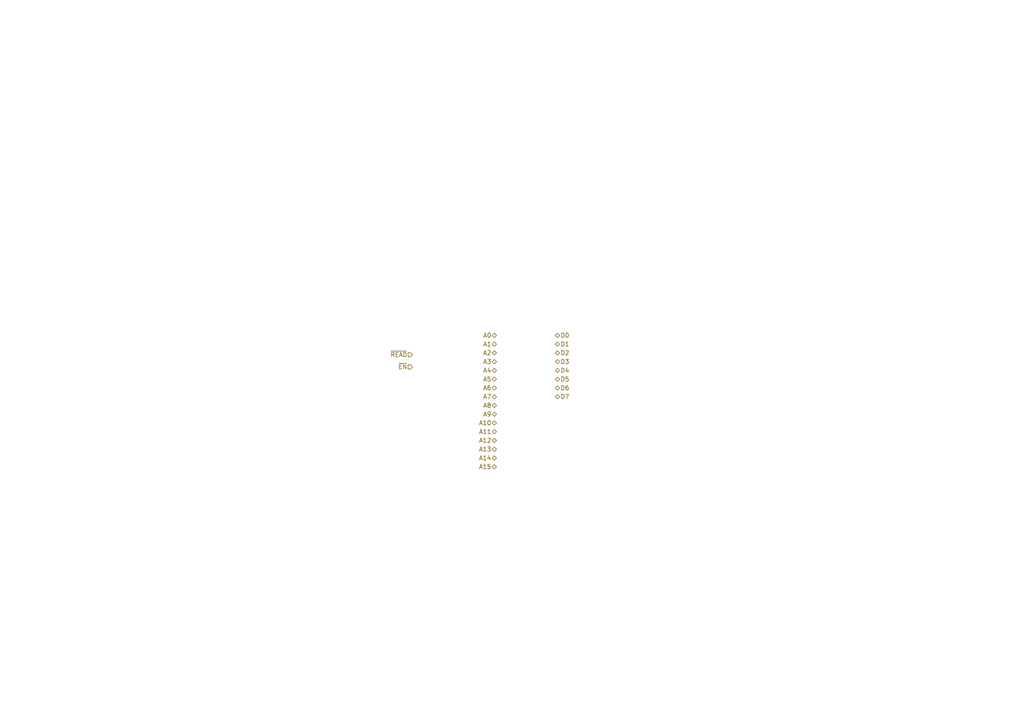
<source format=kicad_sch>
(kicad_sch (version 20211123) (generator eeschema)
  (paper "A4")
  (lib_symbols)
  (hierarchical_label "~{EN}" (shape input) (at 119.634 106.426 180))
  (hierarchical_label "A4" (shape tri_state) (at 144.018 107.442 180))
  (hierarchical_label "A3" (shape tri_state) (at 144.018 104.902 180))
  (hierarchical_label "D0" (shape tri_state) (at 161.036 97.282 0))
  (hierarchical_label "A9" (shape tri_state) (at 144.018 120.142 180))
  (hierarchical_label "A13" (shape tri_state) (at 144.018 130.302 180))
  (hierarchical_label "D6" (shape tri_state) (at 161.036 112.522 0))
  (hierarchical_label "A15" (shape tri_state) (at 144.018 135.382 180))
  (hierarchical_label "D4" (shape tri_state) (at 161.036 107.442 0))
  (hierarchical_label "A10" (shape tri_state) (at 144.018 122.682 180))
  (hierarchical_label "A12" (shape tri_state) (at 144.018 127.762 180))
  (hierarchical_label "A2" (shape tri_state) (at 144.018 102.362 180))
  (hierarchical_label "A11" (shape tri_state) (at 144.018 125.222 180))
  (hierarchical_label "A8" (shape tri_state) (at 144.018 117.602 180))
  (hierarchical_label "D5" (shape tri_state) (at 161.036 109.982 0))
  (hierarchical_label "~{READ}" (shape input) (at 119.634 102.87 180))
  (hierarchical_label "A5" (shape tri_state) (at 144.018 109.982 180))
  (hierarchical_label "A0" (shape tri_state) (at 144.018 97.282 180))
  (hierarchical_label "A1" (shape tri_state) (at 144.018 99.822 180))
  (hierarchical_label "A7" (shape tri_state) (at 144.018 115.062 180))
  (hierarchical_label "D3" (shape tri_state) (at 161.036 104.902 0))
  (hierarchical_label "D2" (shape tri_state) (at 161.036 102.362 0))
  (hierarchical_label "A6" (shape tri_state) (at 144.018 112.522 180))
  (hierarchical_label "D1" (shape tri_state) (at 161.036 99.822 0))
  (hierarchical_label "D7" (shape tri_state) (at 161.036 115.062 0))
  (hierarchical_label "A14" (shape tri_state) (at 144.018 132.842 180))
)
</source>
